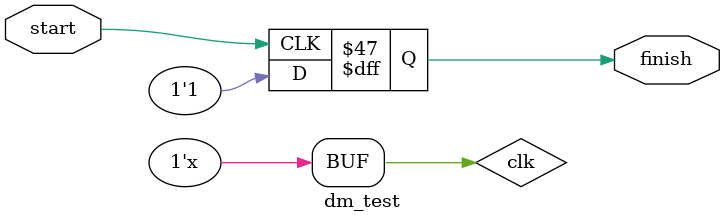
<source format=v>
`timescale 1ns/ 1ns

module dm_test(start, finish);
    input start;
    output reg finish;

    // tested module I/O
    reg clk, we;
    reg [31:0] din;
    reg [13:0] addr;
    wire [31:0] dout;

    // local variables
    integer i;
    parameter base = 9;

    dm_12k dm1 (
        .clk(clk),
        .we(we),
        .din(din),
        .addr(addr),
        .dout(dout)
    );

    initial begin
        finish = 0; clk = 0;
    end

always @(posedge start) begin
        $display(" *DM test started.");
        
        
        $display("    Write test.");
        we = 1;
        for (i=0;i<10;i=i+1) begin
            addr = i*4;
            din = base**i;
            #10
            $display("      test(#%d):dm[%d]<-%h == %h",i, addr, din, dout);
            if(~(din === dout)) $display("Assertion Error");
        end

        $display("    Read test.");
        we = 0;
        for (i=0;i<10;i=i+1) begin
            addr = (9-i)*4;
            din = 0;
            #10
            $display("      test(#%d):dm[%d]->%h == %h",i, addr, dout, base**(9-i));
            if(~(base**(9-i) === dout)) $display("Assertion Error");
        end

        $display(" *DM test finished.");
        finish = 1;
    end

    always begin
        #5 clk = ~clk;
    end

endmodule
</source>
